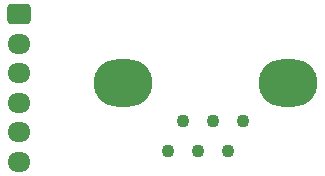
<source format=gbr>
%TF.GenerationSoftware,KiCad,Pcbnew,7.0.9*%
%TF.CreationDate,2023-11-19T17:19:27-08:00*%
%TF.ProjectId,M13-SDL-Rev1,4d31332d-5344-44c2-9d52-6576312e6b69,1*%
%TF.SameCoordinates,Original*%
%TF.FileFunction,Copper,L2,Bot*%
%TF.FilePolarity,Positive*%
%FSLAX46Y46*%
G04 Gerber Fmt 4.6, Leading zero omitted, Abs format (unit mm)*
G04 Created by KiCad (PCBNEW 7.0.9) date 2023-11-19 17:19:27*
%MOMM*%
%LPD*%
G01*
G04 APERTURE LIST*
G04 Aperture macros list*
%AMRoundRect*
0 Rectangle with rounded corners*
0 $1 Rounding radius*
0 $2 $3 $4 $5 $6 $7 $8 $9 X,Y pos of 4 corners*
0 Add a 4 corners polygon primitive as box body*
4,1,4,$2,$3,$4,$5,$6,$7,$8,$9,$2,$3,0*
0 Add four circle primitives for the rounded corners*
1,1,$1+$1,$2,$3*
1,1,$1+$1,$4,$5*
1,1,$1+$1,$6,$7*
1,1,$1+$1,$8,$9*
0 Add four rect primitives between the rounded corners*
20,1,$1+$1,$2,$3,$4,$5,0*
20,1,$1+$1,$4,$5,$6,$7,0*
20,1,$1+$1,$6,$7,$8,$9,0*
20,1,$1+$1,$8,$9,$2,$3,0*%
G04 Aperture macros list end*
%TA.AperFunction,ComponentPad*%
%ADD10O,5.000000X4.000000*%
%TD*%
%TA.AperFunction,ComponentPad*%
%ADD11C,1.100000*%
%TD*%
%TA.AperFunction,ComponentPad*%
%ADD12O,1.950000X1.700000*%
%TD*%
%TA.AperFunction,ComponentPad*%
%ADD13RoundRect,0.250000X-0.725000X0.600000X-0.725000X-0.600000X0.725000X-0.600000X0.725000X0.600000X0*%
%TD*%
%TA.AperFunction,Conductor*%
%ADD14C,0.250000*%
%TD*%
G04 APERTURE END LIST*
D10*
%TO.P,REF\u002A\u002A,14*%
%TO.N,N/C*%
X152970000Y-100600000D03*
%TO.P,REF\u002A\u002A,13*%
X139000000Y-100600000D03*
D11*
%TO.P,REF\u002A\u002A,6*%
%TO.N,M_DATA*%
X142810000Y-106315000D03*
%TO.P,REF\u002A\u002A,5*%
%TO.N,+5V*%
X144080000Y-103775000D03*
%TO.P,REF\u002A\u002A,4*%
%TO.N,KB_CLK*%
X145350000Y-106315000D03*
%TO.P,REF\u002A\u002A,3*%
%TO.N,GND*%
X147890000Y-106315000D03*
X146620000Y-103775000D03*
%TO.P,REF\u002A\u002A,1*%
%TO.N,M_CLK*%
X149160000Y-103775000D03*
%TD*%
D12*
%TO.P,REF\u002A\u002A,6*%
%TO.N,M_DATA*%
X130250000Y-107250000D03*
%TO.P,REF\u002A\u002A,5*%
%TO.N,+5V*%
X130250000Y-104750000D03*
%TO.P,REF\u002A\u002A,4*%
%TO.N,KB_CLK*%
X130250000Y-102250000D03*
%TO.P,REF\u002A\u002A,3*%
%TO.N,GND*%
X130250000Y-99750000D03*
%TO.P,REF\u002A\u002A,2*%
%TO.N,KB_DATA*%
X130250000Y-97250000D03*
D13*
%TO.P,REF\u002A\u002A,1*%
%TO.N,M_CLK*%
X130250000Y-94750000D03*
%TD*%
D14*
%TO.N,M_DATA*%
X130300000Y-107200000D02*
X130250000Y-107250000D01*
%TO.N,KB_CLK*%
X145400000Y-106265000D02*
X145350000Y-106315000D01*
%TO.N,KB_DATA*%
X130300000Y-97200000D02*
X130250000Y-97250000D01*
%TD*%
M02*

</source>
